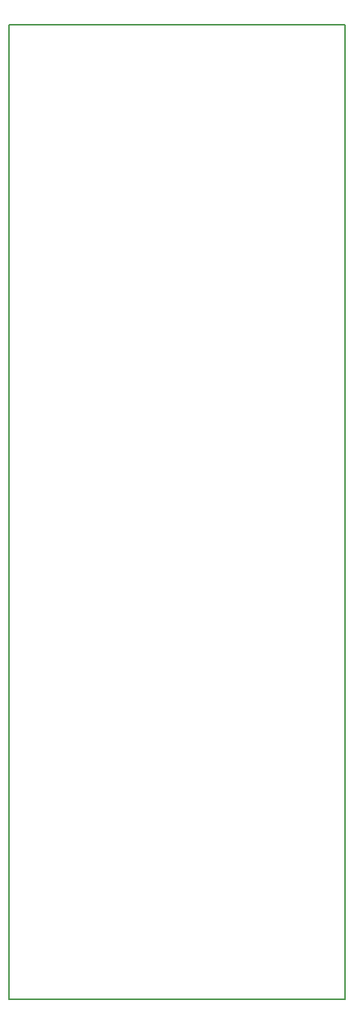
<source format=gbr>
%TF.GenerationSoftware,KiCad,Pcbnew,6.0.4-6f826c9f35~116~ubuntu20.04.1*%
%TF.CreationDate,2023-08-03T19:42:58+00:00*%
%TF.ProjectId,SPACEDOS02B_PCB01A,53504143-4544-44f5-9330-32425f504342,rev?*%
%TF.SameCoordinates,Original*%
%TF.FileFunction,Profile,NP*%
%FSLAX46Y46*%
G04 Gerber Fmt 4.6, Leading zero omitted, Abs format (unit mm)*
G04 Created by KiCad (PCBNEW 6.0.4-6f826c9f35~116~ubuntu20.04.1) date 2023-08-03 19:42:58*
%MOMM*%
%LPD*%
G01*
G04 APERTURE LIST*
%TA.AperFunction,Profile*%
%ADD10C,0.150000*%
%TD*%
G04 APERTURE END LIST*
D10*
X38000000Y110023000D02*
X38000000Y23000D01*
X0Y23000D02*
X0Y110023000D01*
X0Y23000D02*
X38000000Y23000D01*
X0Y110023000D02*
X38000000Y110023000D01*
M02*

</source>
